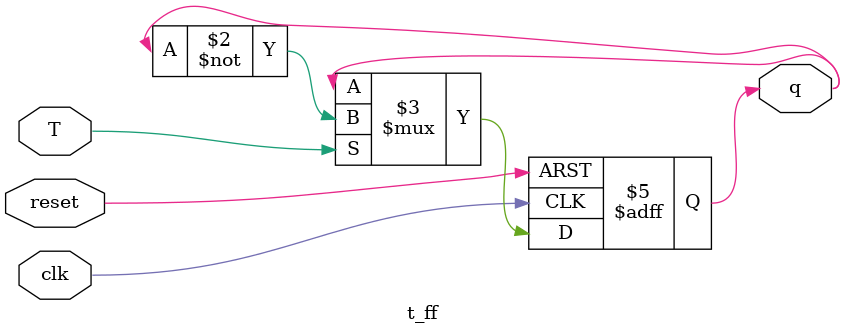
<source format=v>
module rc_up_counter (
    input clk, reset,
    output [3:0] q
);

    wire q0, q1, q2, q3;

    // First T flip-flop toggles on main clock
    t_ff ff0 (.clk(clk),     .reset(reset), .T(1'b1), .q(q0));
    // Subsequent TFFs toggle on negedge of previous Q
    t_ff ff1 (.clk(~q0),    .reset(reset), .T(1'b1), .q(q1));
    t_ff ff2 (.clk(~q1),    .reset(reset), .T(1'b1), .q(q2));
    t_ff ff3 (.clk(~q2),    .reset(reset), .T(1'b1), .q(q3));

    
    assign q = {q3, q2, q1, q0};

endmodule

// T Flip-Flop Module
module t_ff (
    input clk, reset, T,
    output reg q
);
    always @(posedge clk or posedge reset) begin
        if (reset)
            q <= 1'b0;
        else if (T)
            q <= ~q;
    end
endmodule

</source>
